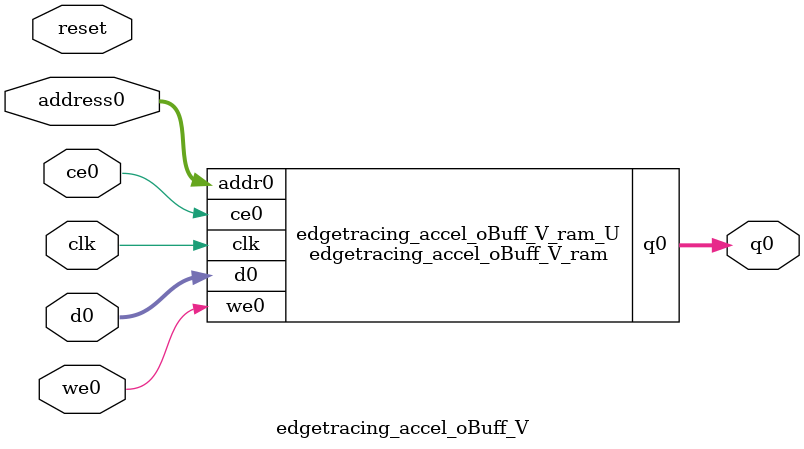
<source format=v>
`timescale 1 ns / 1 ps
module edgetracing_accel_oBuff_V_ram (addr0, ce0, d0, we0, q0,  clk);

parameter DWIDTH = 64;
parameter AWIDTH = 6;
parameter MEM_SIZE = 40;

input[AWIDTH-1:0] addr0;
input ce0;
input[DWIDTH-1:0] d0;
input we0;
output reg[DWIDTH-1:0] q0;
input clk;

reg [DWIDTH-1:0] ram[0:MEM_SIZE-1];




always @(posedge clk)  
begin 
    if (ce0) begin
        if (we0) 
            ram[addr0] <= d0; 
        q0 <= ram[addr0];
    end
end


endmodule

`timescale 1 ns / 1 ps
module edgetracing_accel_oBuff_V(
    reset,
    clk,
    address0,
    ce0,
    we0,
    d0,
    q0);

parameter DataWidth = 32'd64;
parameter AddressRange = 32'd40;
parameter AddressWidth = 32'd6;
input reset;
input clk;
input[AddressWidth - 1:0] address0;
input ce0;
input we0;
input[DataWidth - 1:0] d0;
output[DataWidth - 1:0] q0;



edgetracing_accel_oBuff_V_ram edgetracing_accel_oBuff_V_ram_U(
    .clk( clk ),
    .addr0( address0 ),
    .ce0( ce0 ),
    .we0( we0 ),
    .d0( d0 ),
    .q0( q0 ));

endmodule


</source>
